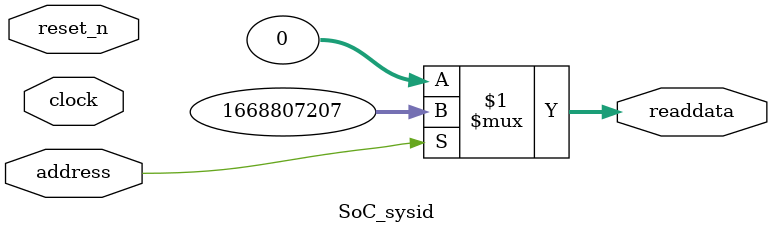
<source format=v>

`timescale 1ns / 1ps
// synthesis translate_on

// turn off superfluous verilog processor warnings 
// altera message_level Level1 
// altera message_off 10034 10035 10036 10037 10230 10240 10030 

module SoC_sysid (
               // inputs:
                address,
                clock,
                reset_n,

               // outputs:
                readdata
             )
;

  output  [ 31: 0] readdata;
  input            address;
  input            clock;
  input            reset_n;

  wire    [ 31: 0] readdata;
  //control_slave, which is an e_avalon_slave
  assign readdata = address ? 1668807207 : 0;

endmodule




</source>
